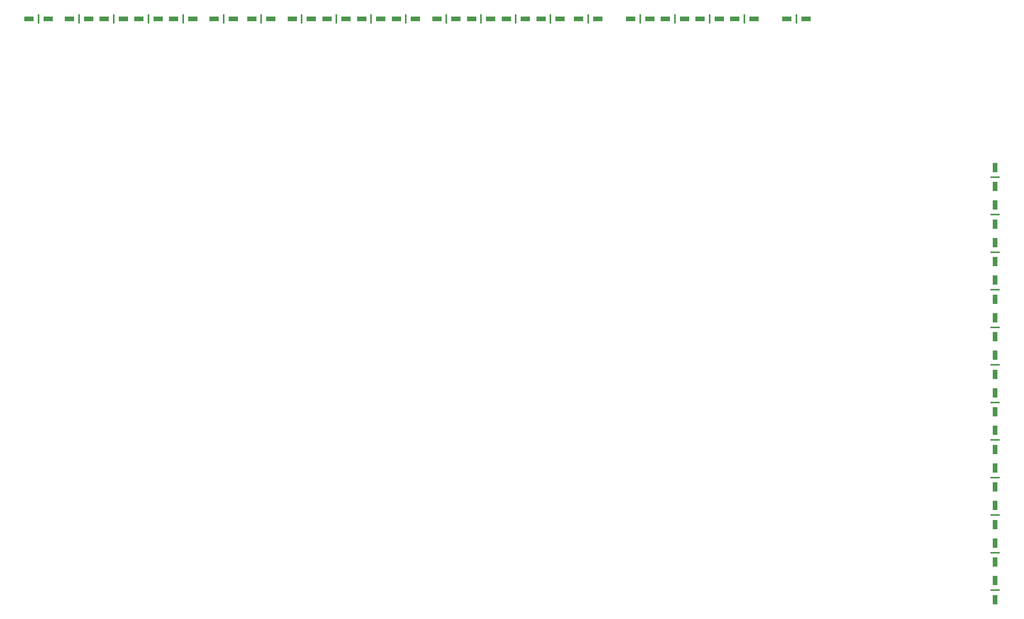
<source format=gtp>
G04 #@! TF.GenerationSoftware,KiCad,Pcbnew,(5.1.12)-1*
G04 #@! TF.CreationDate,2023-03-25T16:08:14+00:00*
G04 #@! TF.ProjectId,Decoder,4465636f-6465-4722-9e6b-696361645f70,1*
G04 #@! TF.SameCoordinates,Original*
G04 #@! TF.FileFunction,Paste,Top*
G04 #@! TF.FilePolarity,Positive*
%FSLAX46Y46*%
G04 Gerber Fmt 4.6, Leading zero omitted, Abs format (unit mm)*
G04 Created by KiCad (PCBNEW (5.1.12)-1) date 2023-03-25 16:08:14*
%MOMM*%
%LPD*%
G01*
G04 APERTURE LIST*
%ADD10R,0.350000X2.000000*%
%ADD11R,2.000000X1.000000*%
%ADD12R,2.000000X0.350000*%
%ADD13R,1.000000X2.000000*%
G04 APERTURE END LIST*
D10*
G04 #@! TO.C,D917*
X111320000Y-19050000D03*
D11*
X109220000Y-19050000D03*
X113420000Y-19050000D03*
G04 #@! TD*
D10*
G04 #@! TO.C,D921*
X70680000Y-19050000D03*
D11*
X68580000Y-19050000D03*
X72780000Y-19050000D03*
G04 #@! TD*
D10*
G04 #@! TO.C,D920*
X94810000Y-19050000D03*
D11*
X92710000Y-19050000D03*
X96910000Y-19050000D03*
G04 #@! TD*
D10*
G04 #@! TO.C,D919*
X79570000Y-19050000D03*
D11*
X77470000Y-19050000D03*
X81670000Y-19050000D03*
G04 #@! TD*
D10*
G04 #@! TO.C,D918*
X87190000Y-19050000D03*
D11*
X85090000Y-19050000D03*
X89290000Y-19050000D03*
G04 #@! TD*
D10*
G04 #@! TO.C,D916*
X102430000Y-19050000D03*
D11*
X100330000Y-19050000D03*
X104530000Y-19050000D03*
G04 #@! TD*
D10*
G04 #@! TO.C,D915*
X143705000Y-19050000D03*
D11*
X141605000Y-19050000D03*
X145805000Y-19050000D03*
G04 #@! TD*
D10*
G04 #@! TO.C,D914*
X136085000Y-19050000D03*
D11*
X133985000Y-19050000D03*
X138185000Y-19050000D03*
G04 #@! TD*
D10*
G04 #@! TO.C,D913*
X119575000Y-19050000D03*
D11*
X117475000Y-19050000D03*
X121675000Y-19050000D03*
G04 #@! TD*
D10*
G04 #@! TO.C,D912*
X151325000Y-19050000D03*
D11*
X149225000Y-19050000D03*
X153425000Y-19050000D03*
G04 #@! TD*
D10*
G04 #@! TO.C,D911*
X175455000Y-19050000D03*
D11*
X173355000Y-19050000D03*
X177555000Y-19050000D03*
G04 #@! TD*
D10*
G04 #@! TO.C,D910*
X128465000Y-19050000D03*
D11*
X126365000Y-19050000D03*
X130565000Y-19050000D03*
G04 #@! TD*
D10*
G04 #@! TO.C,D909*
X191330000Y-19050000D03*
D11*
X189230000Y-19050000D03*
X193430000Y-19050000D03*
G04 #@! TD*
D10*
G04 #@! TO.C,D908*
X183075000Y-19050000D03*
D11*
X180975000Y-19050000D03*
X185175000Y-19050000D03*
G04 #@! TD*
D10*
G04 #@! TO.C,D907*
X167835000Y-19050000D03*
D11*
X165735000Y-19050000D03*
X169935000Y-19050000D03*
G04 #@! TD*
D10*
G04 #@! TO.C,D906*
X160215000Y-19050000D03*
D11*
X158115000Y-19050000D03*
X162315000Y-19050000D03*
G04 #@! TD*
D10*
G04 #@! TO.C,D905*
X210380000Y-19050000D03*
D11*
X208280000Y-19050000D03*
X212480000Y-19050000D03*
G04 #@! TD*
D10*
G04 #@! TO.C,D904*
X218000000Y-19050000D03*
D11*
X215900000Y-19050000D03*
X220100000Y-19050000D03*
G04 #@! TD*
D10*
G04 #@! TO.C,D903*
X202760000Y-19050000D03*
D11*
X200660000Y-19050000D03*
X204860000Y-19050000D03*
G04 #@! TD*
D10*
G04 #@! TO.C,D902*
X225620000Y-19050000D03*
D11*
X223520000Y-19050000D03*
X227720000Y-19050000D03*
G04 #@! TD*
D10*
G04 #@! TO.C,D901*
X237050000Y-19050000D03*
D11*
X234950000Y-19050000D03*
X239150000Y-19050000D03*
G04 #@! TD*
D12*
G04 #@! TO.C,D964*
X280670000Y-111565000D03*
D13*
X280670000Y-109465000D03*
X280670000Y-113665000D03*
G04 #@! TD*
D12*
G04 #@! TO.C,D963*
X280670000Y-103310000D03*
D13*
X280670000Y-101210000D03*
X280670000Y-105410000D03*
G04 #@! TD*
D12*
G04 #@! TO.C,D962*
X280670000Y-95055000D03*
D13*
X280670000Y-92955000D03*
X280670000Y-97155000D03*
G04 #@! TD*
D12*
G04 #@! TO.C,D961*
X280670000Y-86800000D03*
D13*
X280670000Y-84700000D03*
X280670000Y-88900000D03*
G04 #@! TD*
D12*
G04 #@! TO.C,D960*
X280670000Y-78545000D03*
D13*
X280670000Y-76445000D03*
X280670000Y-80645000D03*
G04 #@! TD*
D12*
G04 #@! TO.C,D959*
X280670000Y-70290000D03*
D13*
X280670000Y-68190000D03*
X280670000Y-72390000D03*
G04 #@! TD*
D12*
G04 #@! TO.C,D958*
X280670000Y-62035000D03*
D13*
X280670000Y-59935000D03*
X280670000Y-64135000D03*
G04 #@! TD*
D12*
G04 #@! TO.C,D957*
X280670000Y-53780000D03*
D13*
X280670000Y-51680000D03*
X280670000Y-55880000D03*
G04 #@! TD*
D12*
G04 #@! TO.C,D944*
X280670000Y-144585000D03*
D13*
X280670000Y-142485000D03*
X280670000Y-146685000D03*
G04 #@! TD*
D12*
G04 #@! TO.C,D943*
X280670000Y-136330000D03*
D13*
X280670000Y-134230000D03*
X280670000Y-138430000D03*
G04 #@! TD*
D12*
G04 #@! TO.C,D942*
X280670000Y-128075000D03*
D13*
X280670000Y-125975000D03*
X280670000Y-130175000D03*
G04 #@! TD*
D12*
G04 #@! TO.C,D941*
X280670000Y-119820000D03*
D13*
X280670000Y-117720000D03*
X280670000Y-121920000D03*
G04 #@! TD*
M02*

</source>
